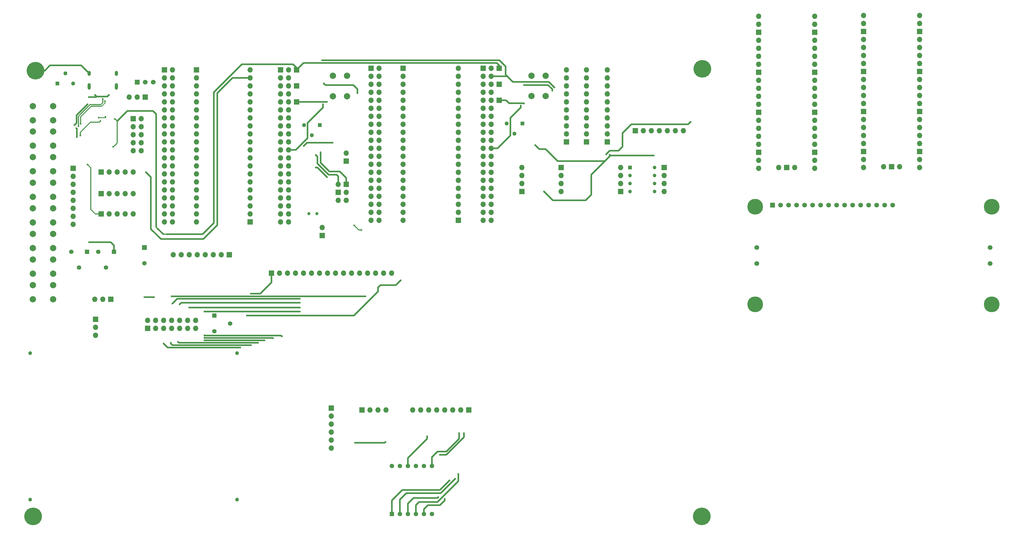
<source format=gbr>
%TF.GenerationSoftware,KiCad,Pcbnew,9.0.0*%
%TF.CreationDate,2025-05-15T12:50:59+02:00*%
%TF.ProjectId,board,626f6172-642e-46b6-9963-61645f706362,rev?*%
%TF.SameCoordinates,Original*%
%TF.FileFunction,Copper,L2,Bot*%
%TF.FilePolarity,Positive*%
%FSLAX46Y46*%
G04 Gerber Fmt 4.6, Leading zero omitted, Abs format (unit mm)*
G04 Created by KiCad (PCBNEW 9.0.0) date 2025-05-15 12:50:59*
%MOMM*%
%LPD*%
G01*
G04 APERTURE LIST*
%TA.AperFunction,ComponentPad*%
%ADD10R,1.500000X1.500000*%
%TD*%
%TA.AperFunction,ComponentPad*%
%ADD11C,1.500000*%
%TD*%
%TA.AperFunction,ComponentPad*%
%ADD12O,1.700000X1.700000*%
%TD*%
%TA.AperFunction,ComponentPad*%
%ADD13R,1.700000X1.700000*%
%TD*%
%TA.AperFunction,ComponentPad*%
%ADD14C,5.000000*%
%TD*%
%TA.AperFunction,ComponentPad*%
%ADD15C,3.600000*%
%TD*%
%TA.AperFunction,ConnectorPad*%
%ADD16C,5.600000*%
%TD*%
%TA.AperFunction,ComponentPad*%
%ADD17R,1.159000X1.159000*%
%TD*%
%TA.AperFunction,ComponentPad*%
%ADD18C,1.159000*%
%TD*%
%TA.AperFunction,ComponentPad*%
%ADD19C,2.000000*%
%TD*%
%TA.AperFunction,ComponentPad*%
%ADD20R,1.300000X1.300000*%
%TD*%
%TA.AperFunction,ComponentPad*%
%ADD21C,1.300000*%
%TD*%
%TA.AperFunction,ComponentPad*%
%ADD22C,1.000000*%
%TD*%
%TA.AperFunction,ComponentPad*%
%ADD23C,1.400000*%
%TD*%
%TA.AperFunction,HeatsinkPad*%
%ADD24O,1.000000X2.100000*%
%TD*%
%TA.AperFunction,HeatsinkPad*%
%ADD25O,1.000000X1.600000*%
%TD*%
%TA.AperFunction,ComponentPad*%
%ADD26R,1.425000X1.425000*%
%TD*%
%TA.AperFunction,ComponentPad*%
%ADD27C,1.425000*%
%TD*%
%TA.AperFunction,ComponentPad*%
%ADD28R,1.400000X1.400000*%
%TD*%
%TA.AperFunction,WasherPad*%
%ADD29C,1.200000*%
%TD*%
%TA.AperFunction,ViaPad*%
%ADD30C,0.600000*%
%TD*%
%TA.AperFunction,Conductor*%
%ADD31C,0.508000*%
%TD*%
%TA.AperFunction,Conductor*%
%ADD32C,0.304800*%
%TD*%
%TA.AperFunction,Conductor*%
%ADD33C,0.254000*%
%TD*%
G04 APERTURE END LIST*
D10*
%TO.P,IC3,1,GND*%
%TO.N,GND*%
X36830000Y-8255000D03*
D11*
%TO.P,IC3,2,DQ*%
%TO.N,Net-(IC3-DQ)*%
X39370000Y-8255000D03*
%TO.P,IC3,3,VDD*%
%TO.N,+3.3V*%
X41910000Y-8255000D03*
%TD*%
D12*
%TO.P,U4,1,GPIO0*%
%TO.N,unconnected-(U4-GPIO0-Pad1)_1*%
X267208000Y12954000D03*
%TO.P,U4,2,GPIO1*%
%TO.N,unconnected-(U4-GPIO1-Pad2)_1*%
X267208000Y10414000D03*
D13*
%TO.P,U4,3,GND*%
%TO.N,unconnected-(U4-GND-Pad3)_1*%
X267208000Y7874000D03*
D12*
%TO.P,U4,4,GPIO2*%
%TO.N,unconnected-(U4-GPIO2-Pad4)_1*%
X267208000Y5334000D03*
%TO.P,U4,5,GPIO3*%
%TO.N,unconnected-(U4-GPIO3-Pad5)*%
X267208000Y2794000D03*
%TO.P,U4,6,GPIO4*%
%TO.N,unconnected-(U4-GPIO4-Pad6)_1*%
X267208000Y254000D03*
%TO.P,U4,7,GPIO5*%
%TO.N,unconnected-(U4-GPIO5-Pad7)_1*%
X267208000Y-2286000D03*
D13*
%TO.P,U4,8,GND*%
%TO.N,unconnected-(U4-GND-Pad8)_1*%
X267208000Y-4826000D03*
D12*
%TO.P,U4,9,GPIO6*%
%TO.N,unconnected-(U4-GPIO6-Pad9)*%
X267208000Y-7366000D03*
%TO.P,U4,10,GPIO7*%
%TO.N,unconnected-(U4-GPIO7-Pad10)*%
X267208000Y-9906000D03*
%TO.P,U4,11,GPIO8*%
%TO.N,unconnected-(U4-GPIO8-Pad11)_1*%
X267208000Y-12446000D03*
%TO.P,U4,12,GPIO9*%
%TO.N,unconnected-(U4-GPIO9-Pad12)_1*%
X267208000Y-14986000D03*
D13*
%TO.P,U4,13,GND*%
%TO.N,unconnected-(U4-GND-Pad13)*%
X267208000Y-17526000D03*
D12*
%TO.P,U4,14,GPIO10*%
%TO.N,unconnected-(U4-GPIO10-Pad14)*%
X267208000Y-20066000D03*
%TO.P,U4,15,GPIO11*%
%TO.N,unconnected-(U4-GPIO11-Pad15)_1*%
X267208000Y-22606000D03*
%TO.P,U4,16,GPIO12*%
%TO.N,unconnected-(U4-GPIO12-Pad16)*%
X267208000Y-25146000D03*
%TO.P,U4,17,GPIO13*%
%TO.N,unconnected-(U4-GPIO13-Pad17)*%
X267208000Y-27686000D03*
D13*
%TO.P,U4,18,GND*%
%TO.N,unconnected-(U4-GND-Pad18)*%
X267208000Y-30226000D03*
D12*
%TO.P,U4,19,GPIO14*%
%TO.N,unconnected-(U4-GPIO14-Pad19)*%
X267208000Y-32766000D03*
%TO.P,U4,20,GPIO15*%
%TO.N,unconnected-(U4-GPIO15-Pad20)_1*%
X267208000Y-35306000D03*
%TO.P,U4,21,GPIO16*%
%TO.N,unconnected-(U4-GPIO16-Pad21)_1*%
X284988000Y-35306000D03*
%TO.P,U4,22,GPIO17*%
%TO.N,unconnected-(U4-GPIO17-Pad22)_1*%
X284988000Y-32766000D03*
D13*
%TO.P,U4,23,GND*%
%TO.N,unconnected-(U4-GND-Pad23)*%
X284988000Y-30226000D03*
D12*
%TO.P,U4,24,GPIO18*%
%TO.N,unconnected-(U4-GPIO18-Pad24)*%
X284988000Y-27686000D03*
%TO.P,U4,25,GPIO19*%
%TO.N,unconnected-(U4-GPIO19-Pad25)*%
X284988000Y-25146000D03*
%TO.P,U4,26,GPIO20*%
%TO.N,unconnected-(U4-GPIO20-Pad26)*%
X284988000Y-22606000D03*
%TO.P,U4,27,GPIO21*%
%TO.N,unconnected-(U4-GPIO21-Pad27)*%
X284988000Y-20066000D03*
D13*
%TO.P,U4,28,GND*%
%TO.N,unconnected-(U4-GND-Pad28)_1*%
X284988000Y-17526000D03*
D12*
%TO.P,U4,29,GPIO22*%
%TO.N,unconnected-(U4-GPIO22-Pad29)_1*%
X284988000Y-14986000D03*
%TO.P,U4,30,RUN*%
%TO.N,unconnected-(U4-RUN-Pad30)_1*%
X284988000Y-12446000D03*
%TO.P,U4,31,GPIO26_ADC0*%
%TO.N,unconnected-(U4-GPIO26_ADC0-Pad31)_1*%
X284988000Y-9906000D03*
%TO.P,U4,32,GPIO27_ADC1*%
%TO.N,unconnected-(U4-GPIO27_ADC1-Pad32)_1*%
X284988000Y-7366000D03*
D13*
%TO.P,U4,33,AGND*%
%TO.N,unconnected-(U4-AGND-Pad33)*%
X284988000Y-4826000D03*
D12*
%TO.P,U4,34,GPIO28_ADC2*%
%TO.N,unconnected-(U4-GPIO28_ADC2-Pad34)*%
X284988000Y-2286000D03*
%TO.P,U4,35,ADC_VREF*%
%TO.N,unconnected-(U4-ADC_VREF-Pad35)_1*%
X284988000Y254000D03*
%TO.P,U4,36,3V3*%
%TO.N,unconnected-(U4-3V3-Pad36)_1*%
X284988000Y2794000D03*
%TO.P,U4,37,3V3_EN*%
%TO.N,unconnected-(U4-3V3_EN-Pad37)_1*%
X284988000Y5334000D03*
D13*
%TO.P,U4,38,GND*%
%TO.N,unconnected-(U4-GND-Pad38)*%
X284988000Y7874000D03*
D12*
%TO.P,U4,39,VSYS*%
%TO.N,unconnected-(U4-VSYS-Pad39)_1*%
X284988000Y10414000D03*
%TO.P,U4,40,VBUS*%
%TO.N,unconnected-(U4-VBUS-Pad40)_1*%
X284988000Y12954000D03*
%TO.P,U4,41,SWCLK*%
%TO.N,unconnected-(U4-SWCLK-Pad41)*%
X273558000Y-35076000D03*
D13*
%TO.P,U4,42,GND*%
%TO.N,unconnected-(U4-GND-Pad42)_1*%
X276098000Y-35076000D03*
D12*
%TO.P,U4,43,SWDIO*%
%TO.N,unconnected-(U4-SWDIO-Pad43)*%
X278638000Y-35076000D03*
%TD*%
D13*
%TO.P,J24,1,Pin_1*%
%TO.N,Net-(J24-Pin_1)*%
X141986000Y-112268000D03*
D12*
%TO.P,J24,2,Pin_2*%
%TO.N,Net-(J24-Pin_2)*%
X139446000Y-112268000D03*
%TO.P,J24,3,Pin_3*%
%TO.N,Net-(J24-Pin_3)*%
X136906000Y-112268000D03*
%TO.P,J24,4,Pin_4*%
%TO.N,Net-(J24-Pin_4)*%
X134366000Y-112268000D03*
%TO.P,J24,5,Pin_5*%
%TO.N,Net-(J24-Pin_5)*%
X131826000Y-112268000D03*
%TO.P,J24,6,Pin_6*%
%TO.N,Net-(J24-Pin_6)*%
X129286000Y-112268000D03*
%TO.P,J24,7,Pin_7*%
%TO.N,Net-(J24-Pin_7)*%
X126746000Y-112268000D03*
%TO.P,J24,8,Pin_8*%
%TO.N,Net-(J24-Pin_8)*%
X124206000Y-112268000D03*
%TD*%
D10*
%TO.P,DS4,1,VSS*%
%TO.N,unconnected-(DS4-VSS-Pad1)*%
X238340000Y-47246000D03*
D11*
%TO.P,DS4,2,VDD*%
%TO.N,unconnected-(DS4-VDD-Pad2)*%
X240880000Y-47246000D03*
%TO.P,DS4,3,VO*%
%TO.N,unconnected-(DS4-VO-Pad3)*%
X243420000Y-47246000D03*
%TO.P,DS4,4,RS*%
%TO.N,unconnected-(DS4-RS-Pad4)*%
X245960000Y-47246000D03*
%TO.P,DS4,5,R/~{W}*%
%TO.N,unconnected-(DS4-R{slash}~{W}-Pad5)*%
X248500000Y-47246000D03*
%TO.P,DS4,6,E*%
%TO.N,unconnected-(DS4-E-Pad6)*%
X251040000Y-47246000D03*
%TO.P,DS4,7,DB0*%
%TO.N,unconnected-(DS4-DB0-Pad7)*%
X253580000Y-47246000D03*
%TO.P,DS4,8,DB1*%
%TO.N,unconnected-(DS4-DB1-Pad8)*%
X256120000Y-47246000D03*
%TO.P,DS4,9,DB2*%
%TO.N,unconnected-(DS4-DB2-Pad9)*%
X258660000Y-47246000D03*
%TO.P,DS4,10,DB3*%
%TO.N,unconnected-(DS4-DB3-Pad10)*%
X261200000Y-47246000D03*
%TO.P,DS4,11,DB4*%
%TO.N,unconnected-(DS4-DB4-Pad11)*%
X263740000Y-47246000D03*
%TO.P,DS4,12,DB5*%
%TO.N,unconnected-(DS4-DB5-Pad12)*%
X266280000Y-47246000D03*
%TO.P,DS4,13,DB6*%
%TO.N,unconnected-(DS4-DB6-Pad13)*%
X268820000Y-47246000D03*
%TO.P,DS4,14,DB7*%
%TO.N,unconnected-(DS4-DB7-Pad14)*%
X271360000Y-47246000D03*
%TO.P,DS4,15,A_1*%
%TO.N,unconnected-(DS4-A_1-Pad15)*%
X273900000Y-47246000D03*
%TO.P,DS4,16,K_1*%
%TO.N,unconnected-(DS4-K_1-Pad16)*%
X276440000Y-47246000D03*
%TO.P,DS4,A1,A_2*%
%TO.N,unconnected-(DS4-A_2-PadA1)*%
X233340000Y-65786000D03*
%TO.P,DS4,A2,A_3*%
%TO.N,unconnected-(DS4-A_3-PadA2)*%
X307340000Y-60706000D03*
%TO.P,DS4,K1,K_2*%
%TO.N,unconnected-(DS4-K_2-PadK1)*%
X233340000Y-60706000D03*
%TO.P,DS4,K2,K_3*%
%TO.N,unconnected-(DS4-K_3-PadK2)*%
X307340000Y-65786000D03*
D14*
%TO.P,DS4,MH1,MH1*%
%TO.N,unconnected-(DS4-PadMH1)*%
X232840000Y-47746000D03*
%TO.P,DS4,MH2,MH2*%
%TO.N,unconnected-(DS4-PadMH2)*%
X307840000Y-47746000D03*
%TO.P,DS4,MH3,MH3*%
%TO.N,unconnected-(DS4-PadMH3)*%
X307840000Y-78746000D03*
%TO.P,DS4,MH4,MH4*%
%TO.N,unconnected-(DS4-PadMH4)*%
X232840000Y-78746000D03*
%TD*%
D13*
%TO.P,J16,1,Pin_1*%
%TO.N,+3.3V*%
X25400000Y-43643000D03*
D12*
%TO.P,J16,2,Pin_2*%
X27940000Y-43643000D03*
%TO.P,J16,3,Pin_3*%
X30480000Y-43643000D03*
%TO.P,J16,4,Pin_4*%
X33020000Y-43643000D03*
%TO.P,J16,5,Pin_5*%
X35560000Y-43643000D03*
%TD*%
D13*
%TO.P,J27,1,Pin_1*%
%TO.N,/c1*%
X121158000Y-3810000D03*
D12*
%TO.P,J27,2,Pin_2*%
%TO.N,/c2*%
X121158000Y-6350000D03*
%TO.P,J27,3,Pin_3*%
%TO.N,/c3*%
X121158000Y-8890000D03*
%TO.P,J27,4,Pin_4*%
%TO.N,/c4*%
X121158000Y-11430000D03*
%TO.P,J27,5,Pin_5*%
%TO.N,/c5*%
X121158000Y-13970000D03*
%TO.P,J27,6,Pin_6*%
%TO.N,/c6*%
X121158000Y-16510000D03*
%TO.P,J27,7,Pin_7*%
%TO.N,/c7*%
X121158000Y-19050000D03*
%TO.P,J27,8,Pin_8*%
%TO.N,/c8*%
X121158000Y-21590000D03*
%TO.P,J27,9,Pin_9*%
%TO.N,/c9*%
X121158000Y-24130000D03*
%TO.P,J27,10,Pin_10*%
%TO.N,/c10*%
X121158000Y-26670000D03*
%TO.P,J27,11,Pin_11*%
%TO.N,/c11*%
X121158000Y-29210000D03*
%TO.P,J27,12,Pin_12*%
%TO.N,/c12*%
X121158000Y-31750000D03*
%TO.P,J27,13,Pin_13*%
%TO.N,/c13*%
X121158000Y-34290000D03*
%TO.P,J27,14,Pin_14*%
%TO.N,/c14*%
X121158000Y-36830000D03*
%TO.P,J27,15,Pin_15*%
%TO.N,/c15*%
X121158000Y-39370000D03*
%TO.P,J27,16,Pin_16*%
%TO.N,/c16*%
X121158000Y-41910000D03*
%TO.P,J27,17,Pin_17*%
%TO.N,/c17*%
X121158000Y-44450000D03*
%TO.P,J27,18,Pin_18*%
%TO.N,/c18*%
X121158000Y-46990000D03*
%TO.P,J27,19,Pin_19*%
%TO.N,/c19*%
X121158000Y-49530000D03*
%TO.P,J27,20,Pin_20*%
%TO.N,/c20*%
X121158000Y-52070000D03*
%TD*%
D15*
%TO.P,H2,1,1*%
%TO.N,GND*%
X4572000Y-4572000D03*
D16*
X4572000Y-4572000D03*
%TD*%
D13*
%TO.P,J15,1,Pin_3*%
%TO.N,Net-(J15-Pin_3)*%
X23573000Y-83450000D03*
D12*
%TO.P,J15,2,Pin_2*%
%TO.N,Net-(J15-Pin_2)*%
X23573000Y-85990000D03*
%TO.P,J15,3,Pin_1*%
%TO.N,Net-(J15-Pin_1)*%
X23573000Y-88530000D03*
%TD*%
D13*
%TO.P,J2,1,Pin_1*%
%TO.N,GND*%
X185928000Y-27178000D03*
D12*
%TO.P,J2,2,Pin_2*%
X185928000Y-24638000D03*
%TO.P,J2,3,Pin_3*%
X185928000Y-22098000D03*
%TO.P,J2,4,Pin_4*%
X185928000Y-19558000D03*
%TO.P,J2,5,Pin_5*%
X185928000Y-17018000D03*
%TO.P,J2,6,Pin_6*%
X185928000Y-14478000D03*
%TO.P,J2,7,Pin_7*%
X185928000Y-11938000D03*
%TO.P,J2,8,Pin_8*%
X185928000Y-9398000D03*
%TO.P,J2,9,Pin_9*%
X185928000Y-6858000D03*
%TO.P,J2,10,Pin_10*%
X185928000Y-4318000D03*
%TD*%
D13*
%TO.P,J1,1,Pin_1*%
%TO.N,GND*%
X25400000Y-50038000D03*
D12*
%TO.P,J1,2,Pin_2*%
X27940000Y-50038000D03*
%TO.P,J1,3,Pin_3*%
X30480000Y-50038000D03*
%TO.P,J1,4,Pin_4*%
X33020000Y-50038000D03*
%TO.P,J1,5,Pin_5*%
X35560000Y-50038000D03*
%TD*%
D15*
%TO.P,H3,1,1*%
%TO.N,GND*%
X215900000Y-146050000D03*
D16*
X215900000Y-146050000D03*
%TD*%
D13*
%TO.P,J36,1,Pin_1*%
%TO.N,/d20*%
X138684000Y-52070000D03*
D12*
%TO.P,J36,2,Pin_2*%
%TO.N,/d19*%
X138684000Y-49530000D03*
%TO.P,J36,3,Pin_3*%
%TO.N,/d18*%
X138684000Y-46990000D03*
%TO.P,J36,4,Pin_4*%
%TO.N,/d17*%
X138684000Y-44450000D03*
%TO.P,J36,5,Pin_5*%
%TO.N,/d16*%
X138684000Y-41910000D03*
%TO.P,J36,6,Pin_6*%
%TO.N,/d15*%
X138684000Y-39370000D03*
%TO.P,J36,7,Pin_7*%
%TO.N,/d14*%
X138684000Y-36830000D03*
%TO.P,J36,8,Pin_8*%
%TO.N,/d13*%
X138684000Y-34290000D03*
%TO.P,J36,9,Pin_9*%
%TO.N,/d12*%
X138684000Y-31750000D03*
%TO.P,J36,10,Pin_10*%
%TO.N,/d11*%
X138684000Y-29210000D03*
%TO.P,J36,11,Pin_11*%
%TO.N,/d10*%
X138684000Y-26670000D03*
%TO.P,J36,12,Pin_12*%
%TO.N,/d9*%
X138684000Y-24130000D03*
%TO.P,J36,13,Pin_13*%
%TO.N,/d8*%
X138684000Y-21590000D03*
%TO.P,J36,14,Pin_14*%
%TO.N,/d7*%
X138684000Y-19050000D03*
%TO.P,J36,15,Pin_15*%
%TO.N,/d6*%
X138684000Y-16510000D03*
%TO.P,J36,16,Pin_16*%
%TO.N,/d5*%
X138684000Y-13970000D03*
%TO.P,J36,17,Pin_17*%
%TO.N,/d4*%
X138684000Y-11430000D03*
%TO.P,J36,18,Pin_18*%
%TO.N,/d3*%
X138684000Y-8890000D03*
%TO.P,J36,19,Pin_19*%
%TO.N,VSYS*%
X138684000Y-6350000D03*
%TO.P,J36,20,Pin_20*%
%TO.N,/d1*%
X138684000Y-3810000D03*
%TD*%
D17*
%TO.P,IC6,1,VDD*%
%TO.N,Net-(IC6-VDD)*%
X193104000Y-35306000D03*
D18*
%TO.P,IC6,2,~{CS}*%
%TO.N,Net-(IC6-~{CS})*%
X193104000Y-37846000D03*
%TO.P,IC6,3,SCK*%
%TO.N,Net-(IC6-SCK)*%
X193104000Y-40386000D03*
%TO.P,IC6,4,SDI*%
%TO.N,Net-(IC6-SDI)*%
X193104000Y-42926000D03*
%TO.P,IC6,5,~{LDAC}*%
%TO.N,Net-(IC6-~{LDAC})*%
X200914000Y-42926000D03*
%TO.P,IC6,6,VREF*%
%TO.N,Net-(IC6-VREF)*%
X200914000Y-40386000D03*
%TO.P,IC6,7,VSS*%
%TO.N,Net-(IC6-VSS)*%
X200914000Y-37846000D03*
%TO.P,IC6,8,VOUT*%
%TO.N,Net-(IC6-VOUT)*%
X200914000Y-35306000D03*
%TD*%
D13*
%TO.P,J42,1,Pin_1*%
%TO.N,+5V*%
X87376000Y-4318000D03*
%TD*%
%TO.P,J18,1,Pin_1*%
%TO.N,/a1*%
X45466000Y-4318000D03*
D12*
%TO.P,J18,2,Pin_2*%
X48006000Y-4318000D03*
%TO.P,J18,3,Pin_3*%
%TO.N,/a2*%
X45466000Y-6858000D03*
%TO.P,J18,4,Pin_4*%
X48006000Y-6858000D03*
%TO.P,J18,5,Pin_5*%
%TO.N,/a3*%
X45466000Y-9398000D03*
%TO.P,J18,6,Pin_6*%
X48006000Y-9398000D03*
%TO.P,J18,7,Pin_7*%
%TO.N,/a4*%
X45466000Y-11938000D03*
%TO.P,J18,8,Pin_8*%
X48006000Y-11938000D03*
%TO.P,J18,9,Pin_9*%
%TO.N,/a5*%
X45466000Y-14478000D03*
%TO.P,J18,10,Pin_10*%
X48006000Y-14478000D03*
%TO.P,J18,11,Pin_11*%
%TO.N,/a6*%
X45466000Y-17018000D03*
%TO.P,J18,12,Pin_12*%
X48006000Y-17018000D03*
%TO.P,J18,13,Pin_13*%
%TO.N,/a7*%
X45466000Y-19558000D03*
%TO.P,J18,14,Pin_14*%
X48006000Y-19558000D03*
%TO.P,J18,15,Pin_15*%
%TO.N,/a8*%
X45466000Y-22098000D03*
%TO.P,J18,16,Pin_16*%
X48006000Y-22098000D03*
%TO.P,J18,17,Pin_17*%
%TO.N,/a9*%
X45466000Y-24638000D03*
%TO.P,J18,18,Pin_18*%
X48006000Y-24638000D03*
%TO.P,J18,19,Pin_19*%
%TO.N,/a10*%
X45466000Y-27178000D03*
%TO.P,J18,20,Pin_20*%
X48006000Y-27178000D03*
%TO.P,J18,21,Pin_21*%
%TO.N,/a11*%
X45466000Y-29718000D03*
%TO.P,J18,22,Pin_22*%
X48006000Y-29718000D03*
%TO.P,J18,23,Pin_23*%
%TO.N,/a12*%
X45466000Y-32258000D03*
%TO.P,J18,24,Pin_24*%
X48006000Y-32258000D03*
%TO.P,J18,25,Pin_25*%
%TO.N,/a13*%
X45466000Y-34798000D03*
%TO.P,J18,26,Pin_26*%
X48006000Y-34798000D03*
%TO.P,J18,27,Pin_27*%
%TO.N,/a14*%
X45466000Y-37338000D03*
%TO.P,J18,28,Pin_28*%
X48006000Y-37338000D03*
%TO.P,J18,29,Pin_29*%
%TO.N,/a15*%
X45466000Y-39878000D03*
%TO.P,J18,30,Pin_30*%
X48006000Y-39878000D03*
%TO.P,J18,31,Pin_31*%
%TO.N,/a16*%
X45466000Y-42418000D03*
%TO.P,J18,32,Pin_32*%
X48006000Y-42418000D03*
%TO.P,J18,33,Pin_33*%
%TO.N,/a17*%
X45466000Y-44958000D03*
%TO.P,J18,34,Pin_34*%
X48006000Y-44958000D03*
%TO.P,J18,35,Pin_35*%
%TO.N,/a18*%
X45466000Y-47498000D03*
%TO.P,J18,36,Pin_36*%
X48006000Y-47498000D03*
%TO.P,J18,37,Pin_37*%
%TO.N,/a19*%
X45466000Y-50038000D03*
%TO.P,J18,38,Pin_38*%
X48006000Y-50038000D03*
%TO.P,J18,39,Pin_39*%
%TO.N,/a20*%
X45466000Y-52578000D03*
%TO.P,J18,40,Pin_40*%
X48006000Y-52578000D03*
%TD*%
D13*
%TO.P,J6,1,Pin_1*%
%TO.N,Net-(IC2-SDA)*%
X103124000Y-40640000D03*
D12*
%TO.P,J6,2,Pin_2*%
%TO.N,Net-(IC2-SCL)*%
X100584000Y-40640000D03*
%TD*%
D13*
%TO.P,J5,1,Pin_1*%
%TO.N,Net-(J5-Pin_1)*%
X16510000Y-35560000D03*
D12*
%TO.P,J5,2,Pin_2*%
%TO.N,Net-(J5-Pin_2)*%
X16510000Y-38100000D03*
%TO.P,J5,3,Pin_3*%
%TO.N,Net-(J5-Pin_3)*%
X16510000Y-40640000D03*
%TO.P,J5,4,Pin_4*%
%TO.N,Net-(J5-Pin_4)*%
X16510000Y-43180000D03*
%TO.P,J5,5,Pin_5*%
%TO.N,Net-(J5-Pin_5)*%
X16510000Y-45720000D03*
%TO.P,J5,6,Pin_6*%
%TO.N,Net-(J5-Pin_6)*%
X16510000Y-48260000D03*
%TO.P,J5,7,Pin_7*%
%TO.N,Net-(J5-Pin_7)*%
X16510000Y-50800000D03*
%TO.P,J5,8,Pin_8*%
%TO.N,Net-(J5-Pin_8)*%
X16510000Y-53340000D03*
%TD*%
D13*
%TO.P,J17,1,Pin_1*%
%TO.N,VSYS*%
X25407000Y-36785000D03*
D12*
%TO.P,J17,2,Pin_2*%
X27947000Y-36785000D03*
%TO.P,J17,3,Pin_3*%
X30487000Y-36785000D03*
%TO.P,J17,4,Pin_4*%
X33027000Y-36785000D03*
%TO.P,J17,5,Pin_5*%
X35567000Y-36785000D03*
%TD*%
D13*
%TO.P,J8,1,Pin_1*%
%TO.N,Net-(IC6-VOUT)*%
X203962000Y-35306000D03*
D12*
%TO.P,J8,2,Pin_2*%
%TO.N,Net-(IC6-VSS)*%
X203962000Y-37846000D03*
%TO.P,J8,3,Pin_3*%
%TO.N,Net-(IC6-VREF)*%
X203962000Y-40386000D03*
%TO.P,J8,4,Pin_4*%
%TO.N,Net-(IC6-~{LDAC})*%
X203962000Y-42926000D03*
%TD*%
D13*
%TO.P,J28,1,Pin_1*%
%TO.N,Net-(IC6-SDI)*%
X190087000Y-42926000D03*
D12*
%TO.P,J28,2,Pin_2*%
%TO.N,Net-(IC6-SCK)*%
X190087000Y-40386000D03*
%TO.P,J28,3,Pin_3*%
%TO.N,Net-(IC6-~{CS})*%
X190087000Y-37846000D03*
%TO.P,J28,4,Pin_4*%
%TO.N,Net-(IC6-VDD)*%
X190087000Y-35306000D03*
%TD*%
D19*
%TO.P,S3,1,1*%
%TO.N,Net-(J5-Pin_1)*%
X10160000Y-20356000D03*
X3660000Y-20356000D03*
%TO.P,S3,2,2*%
%TO.N,GND*%
X10160000Y-15856000D03*
X3660000Y-15856000D03*
%TD*%
D13*
%TO.P,J7,1,Pin_1*%
%TO.N,GND*%
X79340000Y-68828000D03*
D12*
%TO.P,J7,2,Pin_2*%
%TO.N,+3.3V*%
X81880000Y-68828000D03*
%TO.P,J7,3,Pin_3*%
%TO.N,Net-(J7-Pin_3)*%
X84420000Y-68828000D03*
%TO.P,J7,4,Pin_4*%
%TO.N,/Wy\u015Bwietlacz LCD/RS*%
X86960000Y-68828000D03*
%TO.P,J7,5,Pin_5*%
%TO.N,/Wy\u015Bwietlacz LCD/R{slash}W*%
X89500000Y-68828000D03*
%TO.P,J7,6,Pin_6*%
%TO.N,/Wy\u015Bwietlacz LCD/E*%
X92040000Y-68828000D03*
%TO.P,J7,7,Pin_7*%
%TO.N,/Wy\u015Bwietlacz LCD/D0*%
X94580000Y-68828000D03*
%TO.P,J7,8,Pin_8*%
%TO.N,/Wy\u015Bwietlacz LCD/D1*%
X97120000Y-68828000D03*
%TO.P,J7,9,Pin_9*%
%TO.N,/Wy\u015Bwietlacz LCD/D2*%
X99660000Y-68828000D03*
%TO.P,J7,10,Pin_10*%
%TO.N,/Wy\u015Bwietlacz LCD/D3*%
X102200000Y-68828000D03*
%TO.P,J7,11,Pin_11*%
%TO.N,/Wy\u015Bwietlacz LCD/D4*%
X104740000Y-68828000D03*
%TO.P,J7,12,Pin_12*%
%TO.N,/Wy\u015Bwietlacz LCD/D5*%
X107280000Y-68828000D03*
%TO.P,J7,13,Pin_13*%
%TO.N,/Wy\u015Bwietlacz LCD/D6*%
X109820000Y-68828000D03*
%TO.P,J7,14,Pin_14*%
%TO.N,/Wy\u015Bwietlacz LCD/D7*%
X112360000Y-68828000D03*
%TO.P,J7,15,Pin_15*%
%TO.N,Net-(J7-Pin_15)*%
X114900000Y-68828000D03*
%TO.P,J7,16,Pin_16*%
%TO.N,+3.3V*%
X117440000Y-68828000D03*
%TD*%
D13*
%TO.P,J4,1,Pin_1*%
%TO.N,Net-(IC5-VDD{slash}VREF)*%
X158836000Y-42926000D03*
D12*
%TO.P,J4,2,Pin_2*%
%TO.N,Net-(IC5-CLK)*%
X158836000Y-40386000D03*
%TO.P,J4,3,Pin_3*%
%TO.N,Net-(IC5-DOUT)*%
X158836000Y-37846000D03*
%TO.P,J4,4,Pin_4*%
%TO.N,Net-(IC5-DIN)*%
X158836000Y-35306000D03*
%TD*%
D13*
%TO.P,J41,1,Pin_1*%
%TO.N,Net-(D5-A)*%
X151638000Y-13946000D03*
%TD*%
D20*
%TO.P,S11,1,A*%
%TO.N,unconnected-(S11-A-Pad1)*%
X94702000Y-21846000D03*
D21*
%TO.P,S11,2,B*%
%TO.N,/b4*%
X92202000Y-25046000D03*
%TO.P,S11,3,C*%
%TO.N,GND*%
X89702000Y-21846000D03*
%TD*%
D13*
%TO.P,J46,1,Pin_1*%
%TO.N,GND*%
X151638000Y-8890000D03*
%TD*%
D20*
%TO.P,S14,1,A*%
%TO.N,unconnected-(S14-A-Pad1)*%
X158964000Y-21336000D03*
D21*
%TO.P,S14,2,B*%
%TO.N,/d4*%
X156464000Y-24536000D03*
%TO.P,S14,3,C*%
%TO.N,GND*%
X153964000Y-21336000D03*
%TD*%
D13*
%TO.P,J32,1,Pin_1*%
%TO.N,/Port USB/C3*%
X35560000Y-19812000D03*
D12*
%TO.P,J32,2,Pin_2*%
%TO.N,/Port USB/C4*%
X38100000Y-19812000D03*
%TO.P,J32,3,Pin_3*%
%TO.N,/Port USB/CTS*%
X35560000Y-22352000D03*
%TO.P,J32,4,Pin_4*%
%TO.N,/Port USB/DCD*%
X38100000Y-22352000D03*
%TO.P,J32,5,Pin_5*%
%TO.N,/Port USB/DSR*%
X35560000Y-24892000D03*
%TO.P,J32,6,Pin_6*%
%TO.N,/Port USB/RI*%
X38100000Y-24892000D03*
%TO.P,J32,7,Pin_7*%
%TO.N,/Port USB/RXD*%
X35560000Y-27432000D03*
%TO.P,J32,8,Pin_8*%
%TO.N,/Port USB/RTS*%
X38100000Y-27432000D03*
%TO.P,J32,9,Pin_9*%
%TO.N,/Port USB/DTR*%
X35560000Y-29972000D03*
%TO.P,J32,10,Pin_10*%
%TO.N,/Port USB/TXD*%
X38100000Y-29972000D03*
%TD*%
D13*
%TO.P,J14,1,Pin_1*%
%TO.N,/Gniazdo kart micro SD/m1*%
X194818000Y-23622000D03*
D12*
%TO.P,J14,2,Pin_2*%
%TO.N,/Gniazdo kart micro SD/m2*%
X197358000Y-23622000D03*
%TO.P,J14,3,Pin_3*%
%TO.N,/Gniazdo kart micro SD/m3*%
X199898000Y-23622000D03*
%TO.P,J14,4,Pin_4*%
%TO.N,/Gniazdo kart micro SD/m4*%
X202438000Y-23622000D03*
%TO.P,J14,5,Pin_5*%
%TO.N,/Gniazdo kart micro SD/m5*%
X204978000Y-23622000D03*
%TO.P,J14,6,Pin_6*%
%TO.N,/Gniazdo kart micro SD/m6*%
X207518000Y-23622000D03*
%TO.P,J14,7,Pin_7*%
%TO.N,/Gniazdo kart micro SD/m7*%
X210058000Y-23622000D03*
%TD*%
D19*
%TO.P,S12,1,1*%
%TO.N,/d11*%
X161834000Y-12648000D03*
X161834000Y-6148000D03*
%TO.P,S12,2,2*%
%TO.N,GND*%
X166334000Y-12648000D03*
X166334000Y-6148000D03*
%TD*%
D22*
%TO.P,Y2,1,1*%
%TO.N,Net-(IC1-OSCI)*%
X93756000Y-49930000D03*
%TO.P,Y2,2,2*%
%TO.N,Net-(IC1-OSCO)*%
X91216000Y-49930000D03*
%TD*%
D13*
%TO.P,J40,1,Pin_1*%
%TO.N,Net-(D4-A)*%
X87376000Y-14478000D03*
%TD*%
D19*
%TO.P,S6,1,1*%
%TO.N,Net-(J5-Pin_4)*%
X10160000Y-44668000D03*
X3660000Y-44668000D03*
%TO.P,S6,2,2*%
%TO.N,GND*%
X10160000Y-40168000D03*
X3660000Y-40168000D03*
%TD*%
D10*
%TO.P,LS1,1,+*%
%TO.N,+3.3V*%
X39116000Y-60745000D03*
D23*
%TO.P,LS1,2,-*%
%TO.N,Net-(LS1--)*%
X39116000Y-65745000D03*
%TD*%
D20*
%TO.P,S13,1,A*%
%TO.N,unconnected-(S13-A-Pad1)*%
X11510000Y-8636000D03*
D21*
%TO.P,S13,2,B*%
%TO.N,Net-(S13-B)*%
X14010000Y-5436000D03*
%TO.P,S13,3,C*%
%TO.N,Net-(D2-A)*%
X16510000Y-8636000D03*
%TD*%
D24*
%TO.P,J34,S1,SHIELD*%
%TO.N,GND*%
X30156000Y-9567000D03*
D25*
X30156000Y-5387000D03*
D24*
X21516000Y-9567000D03*
D25*
X21516000Y-5387000D03*
%TD*%
D19*
%TO.P,S4,1,1*%
%TO.N,Net-(J5-Pin_2)*%
X10160000Y-28412000D03*
X3660000Y-28412000D03*
%TO.P,S4,2,2*%
%TO.N,GND*%
X10160000Y-23912000D03*
X3660000Y-23912000D03*
%TD*%
D15*
%TO.P,H4,1,1*%
%TO.N,GND*%
X3810000Y-146050000D03*
D16*
X3810000Y-146050000D03*
%TD*%
D13*
%TO.P,J30,1,Pin_1*%
%TO.N,+3.3V*%
X179324000Y-27178000D03*
D12*
%TO.P,J30,2,Pin_2*%
X179324000Y-24638000D03*
%TO.P,J30,3,Pin_3*%
X179324000Y-22098000D03*
%TO.P,J30,4,Pin_4*%
X179324000Y-19558000D03*
%TO.P,J30,5,Pin_5*%
X179324000Y-17018000D03*
%TO.P,J30,6,Pin_6*%
X179324000Y-14478000D03*
%TO.P,J30,7,Pin_7*%
X179324000Y-11938000D03*
%TO.P,J30,8,Pin_8*%
X179324000Y-9398000D03*
%TO.P,J30,9,Pin_9*%
X179324000Y-6858000D03*
%TO.P,J30,10,Pin_10*%
X179324000Y-4318000D03*
%TD*%
D19*
%TO.P,S9,1,1*%
%TO.N,Net-(J5-Pin_7)*%
X10160000Y-69052000D03*
X3660000Y-69052000D03*
%TO.P,S9,2,2*%
%TO.N,GND*%
X10160000Y-64552000D03*
X3660000Y-64552000D03*
%TD*%
D13*
%TO.P,J31,1,Pin_1*%
%TO.N,VSYS*%
X172974000Y-27178000D03*
D12*
%TO.P,J31,2,Pin_2*%
X172974000Y-24638000D03*
%TO.P,J31,3,Pin_3*%
X172974000Y-22098000D03*
%TO.P,J31,4,Pin_4*%
X172974000Y-19558000D03*
%TO.P,J31,5,Pin_5*%
X172974000Y-17018000D03*
%TO.P,J31,6,Pin_6*%
X172974000Y-14478000D03*
%TO.P,J31,7,Pin_7*%
X172974000Y-11938000D03*
%TO.P,J31,8,Pin_8*%
X172974000Y-9398000D03*
%TO.P,J31,9,Pin_9*%
X172974000Y-6858000D03*
%TO.P,J31,10,Pin_10*%
X172974000Y-4318000D03*
%TD*%
D13*
%TO.P,J44,1,Pin_1*%
%TO.N,+5V*%
X151638000Y-3810000D03*
%TD*%
D12*
%TO.P,U1,1,GPIO0*%
%TO.N,unconnected-(U1-GPIO0-Pad1)*%
X233934000Y12700000D03*
%TO.P,U1,2,GPIO1*%
%TO.N,unconnected-(U1-GPIO1-Pad2)_1*%
X233934000Y10160000D03*
D13*
%TO.P,U1,3,GND*%
%TO.N,unconnected-(U1-GND-Pad3)_1*%
X233934000Y7620000D03*
D12*
%TO.P,U1,4,GPIO2*%
%TO.N,unconnected-(U1-GPIO2-Pad4)*%
X233934000Y5080000D03*
%TO.P,U1,5,GPIO3*%
%TO.N,unconnected-(U1-GPIO3-Pad5)*%
X233934000Y2540000D03*
%TO.P,U1,6,GPIO4*%
%TO.N,unconnected-(U1-GPIO4-Pad6)*%
X233934000Y0D03*
%TO.P,U1,7,GPIO5*%
%TO.N,unconnected-(U1-GPIO5-Pad7)*%
X233934000Y-2540000D03*
D13*
%TO.P,U1,8,GND*%
%TO.N,unconnected-(U1-GND-Pad8)*%
X233934000Y-5080000D03*
D12*
%TO.P,U1,9,GPIO6*%
%TO.N,unconnected-(U1-GPIO6-Pad9)_1*%
X233934000Y-7620000D03*
%TO.P,U1,10,GPIO7*%
%TO.N,unconnected-(U1-GPIO7-Pad10)*%
X233934000Y-10160000D03*
%TO.P,U1,11,GPIO8*%
%TO.N,unconnected-(U1-GPIO8-Pad11)*%
X233934000Y-12700000D03*
%TO.P,U1,12,GPIO9*%
%TO.N,unconnected-(U1-GPIO9-Pad12)_1*%
X233934000Y-15240000D03*
D13*
%TO.P,U1,13,GND*%
%TO.N,unconnected-(U1-GND-Pad13)*%
X233934000Y-17780000D03*
D12*
%TO.P,U1,14,GPIO10*%
%TO.N,unconnected-(U1-GPIO10-Pad14)_1*%
X233934000Y-20320000D03*
%TO.P,U1,15,GPIO11*%
%TO.N,unconnected-(U1-GPIO11-Pad15)*%
X233934000Y-22860000D03*
%TO.P,U1,16,GPIO12*%
%TO.N,unconnected-(U1-GPIO12-Pad16)_1*%
X233934000Y-25400000D03*
%TO.P,U1,17,GPIO13*%
%TO.N,unconnected-(U1-GPIO13-Pad17)*%
X233934000Y-27940000D03*
D13*
%TO.P,U1,18,GND*%
%TO.N,unconnected-(U1-GND-Pad18)*%
X233934000Y-30480000D03*
D12*
%TO.P,U1,19,GPIO14*%
%TO.N,unconnected-(U1-GPIO14-Pad19)_1*%
X233934000Y-33020000D03*
%TO.P,U1,20,GPIO15*%
%TO.N,unconnected-(U1-GPIO15-Pad20)_1*%
X233934000Y-35560000D03*
%TO.P,U1,21,GPIO16*%
%TO.N,unconnected-(U1-GPIO16-Pad21)_1*%
X251714000Y-35560000D03*
%TO.P,U1,22,GPIO17*%
%TO.N,unconnected-(U1-GPIO17-Pad22)_1*%
X251714000Y-33020000D03*
D13*
%TO.P,U1,23,GND*%
%TO.N,unconnected-(U1-GND-Pad23)_1*%
X251714000Y-30480000D03*
D12*
%TO.P,U1,24,GPIO18*%
%TO.N,unconnected-(U1-GPIO18-Pad24)_1*%
X251714000Y-27940000D03*
%TO.P,U1,25,GPIO19*%
%TO.N,unconnected-(U1-GPIO19-Pad25)_1*%
X251714000Y-25400000D03*
%TO.P,U1,26,GPIO20*%
%TO.N,unconnected-(U1-GPIO20-Pad26)*%
X251714000Y-22860000D03*
%TO.P,U1,27,GPIO21*%
%TO.N,unconnected-(U1-GPIO21-Pad27)_1*%
X251714000Y-20320000D03*
D13*
%TO.P,U1,28,GND*%
%TO.N,unconnected-(U1-GND-Pad28)*%
X251714000Y-17780000D03*
D12*
%TO.P,U1,29,GPIO22*%
%TO.N,unconnected-(U1-GPIO22-Pad29)_1*%
X251714000Y-15240000D03*
%TO.P,U1,30,RUN*%
%TO.N,unconnected-(U1-RUN-Pad30)_1*%
X251714000Y-12700000D03*
%TO.P,U1,31,GPIO26_ADC0*%
%TO.N,unconnected-(U1-GPIO26_ADC0-Pad31)*%
X251714000Y-10160000D03*
%TO.P,U1,32,GPIO27_ADC1*%
%TO.N,unconnected-(U1-GPIO27_ADC1-Pad32)*%
X251714000Y-7620000D03*
D13*
%TO.P,U1,33,AGND*%
%TO.N,unconnected-(U1-AGND-Pad33)_1*%
X251714000Y-5080000D03*
D12*
%TO.P,U1,34,GPIO28_ADC2*%
%TO.N,unconnected-(U1-GPIO28_ADC2-Pad34)_1*%
X251714000Y-2540000D03*
%TO.P,U1,35,ADC_VREF*%
%TO.N,unconnected-(U1-ADC_VREF-Pad35)*%
X251714000Y0D03*
%TO.P,U1,36,3V3*%
%TO.N,unconnected-(U1-3V3-Pad36)*%
X251714000Y2540000D03*
%TO.P,U1,37,3V3_EN*%
%TO.N,unconnected-(U1-3V3_EN-Pad37)*%
X251714000Y5080000D03*
D13*
%TO.P,U1,38,GND*%
%TO.N,unconnected-(U1-GND-Pad38)*%
X251714000Y7620000D03*
D12*
%TO.P,U1,39,VSYS*%
%TO.N,unconnected-(U1-VSYS-Pad39)_1*%
X251714000Y10160000D03*
%TO.P,U1,40,VBUS*%
%TO.N,unconnected-(U1-VBUS-Pad40)*%
X251714000Y12700000D03*
%TO.P,U1,41,SWCLK*%
%TO.N,unconnected-(U1-SWCLK-Pad41)*%
X240284000Y-35330000D03*
D13*
%TO.P,U1,42,GND*%
%TO.N,unconnected-(U1-GND-Pad42)*%
X242824000Y-35330000D03*
D12*
%TO.P,U1,43,SWDIO*%
%TO.N,unconnected-(U1-SWDIO-Pad43)*%
X245364000Y-35330000D03*
%TD*%
D19*
%TO.P,S8,1,1*%
%TO.N,Net-(J5-Pin_6)*%
X10160000Y-60924000D03*
X3660000Y-60924000D03*
%TO.P,S8,2,2*%
%TO.N,GND*%
X10160000Y-56424000D03*
X3660000Y-56424000D03*
%TD*%
D26*
%TO.P,DS2,1,1*%
%TO.N,/Wy\u015Bwietlacz segmentowy/e*%
X117602000Y-145288000D03*
D27*
%TO.P,DS2,2,2*%
%TO.N,/Wy\u015Bwietlacz segmentowy/d*%
X120142000Y-145288000D03*
%TO.P,DS2,3,3*%
%TO.N,/Wy\u015Bwietlacz segmentowy/DP*%
X122682000Y-145288000D03*
%TO.P,DS2,4,4*%
%TO.N,/Wy\u015Bwietlacz segmentowy/c*%
X125222000Y-145288000D03*
%TO.P,DS2,5,5*%
%TO.N,/Wy\u015Bwietlacz segmentowy/g*%
X127762000Y-145288000D03*
%TO.P,DS2,6,6*%
%TO.N,/Wy\u015Bwietlacz segmentowy/DIG4*%
X130302000Y-145288000D03*
%TO.P,DS2,7,7*%
%TO.N,/Wy\u015Bwietlacz segmentowy/b*%
X130302000Y-130048000D03*
%TO.P,DS2,8,8*%
%TO.N,/Wy\u015Bwietlacz segmentowy/DIG3*%
X127762000Y-130048000D03*
%TO.P,DS2,9,9*%
%TO.N,/Wy\u015Bwietlacz segmentowy/DIG2*%
X125222000Y-130048000D03*
%TO.P,DS2,10,10*%
%TO.N,/Wy\u015Bwietlacz segmentowy/f*%
X122682000Y-130048000D03*
%TO.P,DS2,11,11*%
%TO.N,/Wy\u015Bwietlacz segmentowy/a*%
X120142000Y-130048000D03*
%TO.P,DS2,12,12*%
%TO.N,/Wy\u015Bwietlacz segmentowy/DIG1*%
X117602000Y-130048000D03*
%TD*%
D13*
%TO.P,J3,1,Pin_1*%
%TO.N,Net-(DS1-SDO)*%
X98343000Y-111652000D03*
D12*
%TO.P,J3,2,Pin_2*%
%TO.N,Net-(DS1-SDA)*%
X98343000Y-114192000D03*
%TO.P,J3,3,Pin_3*%
%TO.N,Net-(DS1-~{CSX})*%
X98343000Y-116732000D03*
%TO.P,J3,4,Pin_4*%
%TO.N,Net-(DS1-D{slash}C)*%
X98343000Y-119272000D03*
%TO.P,J3,5,Pin_5*%
%TO.N,Net-(DS1-SCL)*%
X98343000Y-121812000D03*
%TO.P,J3,6,Pin_6*%
%TO.N,Net-(DS1-~{RESET})*%
X98343000Y-124352000D03*
%TD*%
D13*
%TO.P,J21,1,Pin_1*%
%TO.N,/c1*%
X110998000Y-3810000D03*
D12*
%TO.P,J21,2,Pin_2*%
X113538000Y-3810000D03*
%TO.P,J21,3,Pin_3*%
%TO.N,/c2*%
X110998000Y-6350000D03*
%TO.P,J21,4,Pin_4*%
X113538000Y-6350000D03*
%TO.P,J21,5,Pin_5*%
%TO.N,/c3*%
X110998000Y-8890000D03*
%TO.P,J21,6,Pin_6*%
X113538000Y-8890000D03*
%TO.P,J21,7,Pin_7*%
%TO.N,/c4*%
X110998000Y-11430000D03*
%TO.P,J21,8,Pin_8*%
X113538000Y-11430000D03*
%TO.P,J21,9,Pin_9*%
%TO.N,/c5*%
X110998000Y-13970000D03*
%TO.P,J21,10,Pin_10*%
X113538000Y-13970000D03*
%TO.P,J21,11,Pin_11*%
%TO.N,/c6*%
X110998000Y-16510000D03*
%TO.P,J21,12,Pin_12*%
X113538000Y-16510000D03*
%TO.P,J21,13,Pin_13*%
%TO.N,/c7*%
X110998000Y-19050000D03*
%TO.P,J21,14,Pin_14*%
X113538000Y-19050000D03*
%TO.P,J21,15,Pin_15*%
%TO.N,/c8*%
X110998000Y-21590000D03*
%TO.P,J21,16,Pin_16*%
X113538000Y-21590000D03*
%TO.P,J21,17,Pin_17*%
%TO.N,/c9*%
X110998000Y-24130000D03*
%TO.P,J21,18,Pin_18*%
X113538000Y-24130000D03*
%TO.P,J21,19,Pin_19*%
%TO.N,/c10*%
X110998000Y-26670000D03*
%TO.P,J21,20,Pin_20*%
X113538000Y-26670000D03*
%TO.P,J21,21,Pin_21*%
%TO.N,/c11*%
X110998000Y-29210000D03*
%TO.P,J21,22,Pin_22*%
X113538000Y-29210000D03*
%TO.P,J21,23,Pin_23*%
%TO.N,/c12*%
X110998000Y-31750000D03*
%TO.P,J21,24,Pin_24*%
X113538000Y-31750000D03*
%TO.P,J21,25,Pin_25*%
%TO.N,/c13*%
X110998000Y-34290000D03*
%TO.P,J21,26,Pin_26*%
X113538000Y-34290000D03*
%TO.P,J21,27,Pin_27*%
%TO.N,/c14*%
X110998000Y-36830000D03*
%TO.P,J21,28,Pin_28*%
X113538000Y-36830000D03*
%TO.P,J21,29,Pin_29*%
%TO.N,/c15*%
X110998000Y-39370000D03*
%TO.P,J21,30,Pin_30*%
X113538000Y-39370000D03*
%TO.P,J21,31,Pin_31*%
%TO.N,/c16*%
X110998000Y-41910000D03*
%TO.P,J21,32,Pin_32*%
X113538000Y-41910000D03*
%TO.P,J21,33,Pin_33*%
%TO.N,/c17*%
X110998000Y-44450000D03*
%TO.P,J21,34,Pin_34*%
X113538000Y-44450000D03*
%TO.P,J21,35,Pin_35*%
%TO.N,/c18*%
X110998000Y-46990000D03*
%TO.P,J21,36,Pin_36*%
X113538000Y-46990000D03*
%TO.P,J21,37,Pin_37*%
%TO.N,/c19*%
X110998000Y-49530000D03*
%TO.P,J21,38,Pin_38*%
X113538000Y-49530000D03*
%TO.P,J21,39,Pin_39*%
%TO.N,/c20*%
X110998000Y-52070000D03*
%TO.P,J21,40,Pin_40*%
X113538000Y-52070000D03*
%TD*%
D13*
%TO.P,J25,1,Pin_1*%
%TO.N,Net-(J25-Pin_1)*%
X108082000Y-112268000D03*
D12*
%TO.P,J25,2,Pin_2*%
%TO.N,Net-(J25-Pin_2)*%
X110622000Y-112268000D03*
%TO.P,J25,3,Pin_3*%
%TO.N,Net-(J25-Pin_3)*%
X113162000Y-112268000D03*
%TO.P,J25,4,Pin_4*%
%TO.N,Net-(J25-Pin_4)*%
X115702000Y-112268000D03*
%TD*%
D13*
%TO.P,J22,1,Pin_1*%
%TO.N,/d1*%
X146558000Y-3810000D03*
D12*
%TO.P,J22,2,Pin_2*%
X149098000Y-3810000D03*
%TO.P,J22,3,Pin_3*%
%TO.N,VSYS*%
X146558000Y-6350000D03*
%TO.P,J22,4,Pin_4*%
X149098000Y-6350000D03*
%TO.P,J22,5,Pin_5*%
%TO.N,/d3*%
X146558000Y-8890000D03*
%TO.P,J22,6,Pin_6*%
X149098000Y-8890000D03*
%TO.P,J22,7,Pin_7*%
%TO.N,/d4*%
X146558000Y-11430000D03*
%TO.P,J22,8,Pin_8*%
X149098000Y-11430000D03*
%TO.P,J22,9,Pin_9*%
%TO.N,/d5*%
X146558000Y-13970000D03*
%TO.P,J22,10,Pin_10*%
X149098000Y-13970000D03*
%TO.P,J22,11,Pin_11*%
%TO.N,/d6*%
X146558000Y-16510000D03*
%TO.P,J22,12,Pin_12*%
X149098000Y-16510000D03*
%TO.P,J22,13,Pin_13*%
%TO.N,/d7*%
X146558000Y-19050000D03*
%TO.P,J22,14,Pin_14*%
X149098000Y-19050000D03*
%TO.P,J22,15,Pin_15*%
%TO.N,/d8*%
X146558000Y-21590000D03*
%TO.P,J22,16,Pin_16*%
X149098000Y-21590000D03*
%TO.P,J22,17,Pin_17*%
%TO.N,/d9*%
X146558000Y-24130000D03*
%TO.P,J22,18,Pin_18*%
X149098000Y-24130000D03*
%TO.P,J22,19,Pin_19*%
%TO.N,/d10*%
X146558000Y-26670000D03*
%TO.P,J22,20,Pin_20*%
X149098000Y-26670000D03*
%TO.P,J22,21,Pin_21*%
%TO.N,/d11*%
X146558000Y-29210000D03*
%TO.P,J22,22,Pin_22*%
X149098000Y-29210000D03*
%TO.P,J22,23,Pin_23*%
%TO.N,/d12*%
X146558000Y-31750000D03*
%TO.P,J22,24,Pin_24*%
X149098000Y-31750000D03*
%TO.P,J22,25,Pin_25*%
%TO.N,/d13*%
X146558000Y-34290000D03*
%TO.P,J22,26,Pin_26*%
X149098000Y-34290000D03*
%TO.P,J22,27,Pin_27*%
%TO.N,/d14*%
X146558000Y-36830000D03*
%TO.P,J22,28,Pin_28*%
X149098000Y-36830000D03*
%TO.P,J22,29,Pin_29*%
%TO.N,/d15*%
X146558000Y-39370000D03*
%TO.P,J22,30,Pin_30*%
X149098000Y-39370000D03*
%TO.P,J22,31,Pin_31*%
%TO.N,/d16*%
X146558000Y-41910000D03*
%TO.P,J22,32,Pin_32*%
X149098000Y-41910000D03*
%TO.P,J22,33,Pin_33*%
%TO.N,/d17*%
X146558000Y-44450000D03*
%TO.P,J22,34,Pin_34*%
X149098000Y-44450000D03*
%TO.P,J22,35,Pin_35*%
%TO.N,/d18*%
X146558000Y-46990000D03*
%TO.P,J22,36,Pin_36*%
X149098000Y-46990000D03*
%TO.P,J22,37,Pin_37*%
%TO.N,/d19*%
X146558000Y-49530000D03*
%TO.P,J22,38,Pin_38*%
X149098000Y-49530000D03*
%TO.P,J22,39,Pin_39*%
%TO.N,/d20*%
X146558000Y-52070000D03*
%TO.P,J22,40,Pin_40*%
X149098000Y-52070000D03*
%TD*%
D13*
%TO.P,J37,1,Pin_1*%
%TO.N,/b20*%
X72644000Y-52578000D03*
D12*
%TO.P,J37,2,Pin_2*%
%TO.N,/b19*%
X72644000Y-50038000D03*
%TO.P,J37,3,Pin_3*%
%TO.N,/b18*%
X72644000Y-47498000D03*
%TO.P,J37,4,Pin_4*%
%TO.N,/b17*%
X72644000Y-44958000D03*
%TO.P,J37,5,Pin_5*%
%TO.N,/b16*%
X72644000Y-42418000D03*
%TO.P,J37,6,Pin_6*%
%TO.N,/b15*%
X72644000Y-39878000D03*
%TO.P,J37,7,Pin_7*%
%TO.N,/b14*%
X72644000Y-37338000D03*
%TO.P,J37,8,Pin_8*%
%TO.N,/b13*%
X72644000Y-34798000D03*
%TO.P,J37,9,Pin_9*%
%TO.N,/b12*%
X72644000Y-32258000D03*
%TO.P,J37,10,Pin_10*%
%TO.N,/b11*%
X72644000Y-29718000D03*
%TO.P,J37,11,Pin_11*%
%TO.N,/b10*%
X72644000Y-27178000D03*
%TO.P,J37,12,Pin_12*%
%TO.N,/b9*%
X72644000Y-24638000D03*
%TO.P,J37,13,Pin_13*%
%TO.N,/b8*%
X72644000Y-22098000D03*
%TO.P,J37,14,Pin_14*%
%TO.N,/b7*%
X72644000Y-19558000D03*
%TO.P,J37,15,Pin_15*%
%TO.N,/b6*%
X72644000Y-17018000D03*
%TO.P,J37,16,Pin_16*%
%TO.N,/b5*%
X72644000Y-14478000D03*
%TO.P,J37,17,Pin_17*%
%TO.N,/b4*%
X72644000Y-11938000D03*
%TO.P,J37,18,Pin_18*%
%TO.N,/b3*%
X72644000Y-9398000D03*
%TO.P,J37,19,Pin_19*%
%TO.N,VSYS*%
X72644000Y-6858000D03*
%TO.P,J37,20,Pin_20*%
%TO.N,/b1*%
X72644000Y-4318000D03*
%TD*%
D19*
%TO.P,S5,1,1*%
%TO.N,Net-(J5-Pin_3)*%
X10160000Y-36540000D03*
X3660000Y-36540000D03*
%TO.P,S5,2,2*%
%TO.N,GND*%
X10160000Y-32040000D03*
X3660000Y-32040000D03*
%TD*%
D13*
%TO.P,J29,1,Pin_1*%
%TO.N,Net-(J29-Pin_1)*%
X66040000Y-63030000D03*
D12*
%TO.P,J29,2,Pin_2*%
%TO.N,Net-(J29-Pin_2)*%
X63500000Y-63030000D03*
%TO.P,J29,3,Pin_3*%
%TO.N,Net-(J29-Pin_3)*%
X60960000Y-63030000D03*
%TO.P,J29,4,Pin_4*%
%TO.N,Net-(J29-Pin_4)*%
X58420000Y-63030000D03*
%TO.P,J29,5,Pin_5*%
%TO.N,Net-(J29-Pin_5)*%
X55880000Y-63030000D03*
%TO.P,J29,6,Pin_6*%
%TO.N,Net-(J29-Pin_6)*%
X53340000Y-63030000D03*
%TO.P,J29,7,Pin_7*%
%TO.N,Net-(J29-Pin_7)*%
X50800000Y-63030000D03*
%TO.P,J29,8,Pin_8*%
%TO.N,Net-(J29-Pin_8)*%
X48260000Y-63030000D03*
%TD*%
D23*
%TO.P,RV1,1,1*%
%TO.N,+3.3V*%
X61254000Y-87336000D03*
%TO.P,RV1,2,2*%
%TO.N,Net-(J7-Pin_3)*%
X66254000Y-84836000D03*
D28*
%TO.P,RV1,3,3*%
%TO.N,GND*%
X61254000Y-82336000D03*
%TD*%
D13*
%TO.P,J13,1,Pin_1*%
%TO.N,Net-(J13-Pin_1)*%
X28448000Y-77153000D03*
D12*
%TO.P,J13,2,Pin_2*%
%TO.N,Net-(J13-Pin_2)*%
X25908000Y-77153000D03*
%TO.P,J13,3,Pin_3*%
%TO.N,Net-(J13-Pin_3)*%
X23368000Y-77153000D03*
%TD*%
D19*
%TO.P,S10,1,1*%
%TO.N,Net-(J5-Pin_8)*%
X10160000Y-77180000D03*
X3660000Y-77180000D03*
%TO.P,S10,2,2*%
%TO.N,GND*%
X10160000Y-72680000D03*
X3660000Y-72680000D03*
%TD*%
D13*
%TO.P,J11,1,Pin_1*%
%TO.N,+3.3V*%
X39370000Y-12954000D03*
D12*
%TO.P,J11,2,Pin_2*%
%TO.N,Net-(IC3-DQ)*%
X36830000Y-12954000D03*
%TO.P,J11,3,Pin_3*%
%TO.N,GND*%
X34290000Y-12954000D03*
%TD*%
D13*
%TO.P,J43,1,Pin_1*%
%TO.N,GND*%
X87376000Y-9398000D03*
%TD*%
D19*
%TO.P,S7,1,1*%
%TO.N,Net-(J5-Pin_5)*%
X10160000Y-52796000D03*
X3660000Y-52796000D03*
%TO.P,S7,2,2*%
%TO.N,GND*%
X10160000Y-48296000D03*
X3660000Y-48296000D03*
%TD*%
D29*
%TO.P,DS1,*%
%TO.N,*%
X2824000Y-94269000D03*
X2824000Y-140719000D03*
X68424000Y-94269000D03*
X68424000Y-140719000D03*
%TD*%
D23*
%TO.P,VR2,1,1*%
%TO.N,GND*%
X24424000Y-62056000D03*
%TO.P,VR2,2,2*%
%TO.N,Net-(R14-Pad2)*%
X26924000Y-67056000D03*
D28*
%TO.P,VR2,3,3*%
%TO.N,+3.3V*%
X29424000Y-62056000D03*
%TD*%
D13*
%TO.P,J26,1,Pin_1*%
%TO.N,/a1*%
X55626000Y-4318000D03*
D12*
%TO.P,J26,2,Pin_2*%
%TO.N,/a2*%
X55626000Y-6858000D03*
%TO.P,J26,3,Pin_3*%
%TO.N,/a3*%
X55626000Y-9398000D03*
%TO.P,J26,4,Pin_4*%
%TO.N,/a4*%
X55626000Y-11938000D03*
%TO.P,J26,5,Pin_5*%
%TO.N,/a5*%
X55626000Y-14478000D03*
%TO.P,J26,6,Pin_6*%
%TO.N,/a6*%
X55626000Y-17018000D03*
%TO.P,J26,7,Pin_7*%
%TO.N,/a7*%
X55626000Y-19558000D03*
%TO.P,J26,8,Pin_8*%
%TO.N,/a8*%
X55626000Y-22098000D03*
%TO.P,J26,9,Pin_9*%
%TO.N,/a9*%
X55626000Y-24638000D03*
%TO.P,J26,10,Pin_10*%
%TO.N,/a10*%
X55626000Y-27178000D03*
%TO.P,J26,11,Pin_11*%
%TO.N,/a11*%
X55626000Y-29718000D03*
%TO.P,J26,12,Pin_12*%
%TO.N,/a12*%
X55626000Y-32258000D03*
%TO.P,J26,13,Pin_13*%
%TO.N,/a13*%
X55626000Y-34798000D03*
%TO.P,J26,14,Pin_14*%
%TO.N,/a14*%
X55626000Y-37338000D03*
%TO.P,J26,15,Pin_15*%
%TO.N,/a15*%
X55626000Y-39878000D03*
%TO.P,J26,16,Pin_16*%
%TO.N,/a16*%
X55626000Y-42418000D03*
%TO.P,J26,17,Pin_17*%
%TO.N,/a17*%
X55626000Y-44958000D03*
%TO.P,J26,18,Pin_18*%
%TO.N,/a18*%
X55626000Y-47498000D03*
%TO.P,J26,19,Pin_19*%
%TO.N,/a19*%
X55626000Y-50038000D03*
%TO.P,J26,20,Pin_20*%
%TO.N,/a20*%
X55626000Y-52578000D03*
%TD*%
D13*
%TO.P,J33,1,Pin_1*%
%TO.N,Net-(IC2-E0)*%
X103124000Y-33274000D03*
D12*
%TO.P,J33,2,Pin_2*%
%TO.N,GND*%
X103124000Y-30734000D03*
%TD*%
D13*
%TO.P,J19,1,Pin_1*%
%TO.N,/Wy\u015Bwietlacz LCD/R{slash}W*%
X40132000Y-86360000D03*
D12*
%TO.P,J19,2,Pin_2*%
%TO.N,GND*%
X40132000Y-83820000D03*
%TO.P,J19,3,Pin_3*%
%TO.N,/Wy\u015Bwietlacz LCD/RS*%
X42672000Y-86360000D03*
%TO.P,J19,4,Pin_4*%
%TO.N,+3.3V*%
X42672000Y-83820000D03*
%TO.P,J19,5,Pin_5*%
%TO.N,/Wy\u015Bwietlacz LCD/E*%
X45212000Y-86360000D03*
%TO.P,J19,6,Pin_6*%
%TO.N,/Wy\u015Bwietlacz LCD/BL*%
X45212000Y-83820000D03*
%TO.P,J19,7,Pin_7*%
%TO.N,/Wy\u015Bwietlacz LCD/D4*%
X47752000Y-86360000D03*
%TO.P,J19,8,Pin_8*%
%TO.N,/Wy\u015Bwietlacz LCD/D0*%
X47752000Y-83820000D03*
%TO.P,J19,9,Pin_9*%
%TO.N,/Wy\u015Bwietlacz LCD/D5*%
X50292000Y-86360000D03*
%TO.P,J19,10,Pin_10*%
%TO.N,/Wy\u015Bwietlacz LCD/D1*%
X50292000Y-83820000D03*
%TO.P,J19,11,Pin_11*%
%TO.N,/Wy\u015Bwietlacz LCD/D6*%
X52832000Y-86360000D03*
%TO.P,J19,12,Pin_12*%
%TO.N,/Wy\u015Bwietlacz LCD/D2*%
X52832000Y-83820000D03*
%TO.P,J19,13,Pin_13*%
%TO.N,/Wy\u015Bwietlacz LCD/D7*%
X55372000Y-86360000D03*
%TO.P,J19,14,Pin_14*%
%TO.N,/Wy\u015Bwietlacz LCD/D3*%
X55372000Y-83820000D03*
%TD*%
D13*
%TO.P,J9,1,Pin_1*%
%TO.N,/Zegar czasu rzeczywistego RTC/CLKOUT*%
X95504000Y-56901000D03*
D12*
%TO.P,J9,2,Pin_2*%
%TO.N,/Zegar czasu rzeczywistego RTC/INT*%
X95504000Y-54361000D03*
%TD*%
D13*
%TO.P,J10,1,Pin_1*%
%TO.N,Net-(IC1-SCL)*%
X100584000Y-43180000D03*
D12*
%TO.P,J10,2,Pin_2*%
%TO.N,Net-(IC1-SDA)*%
X103124000Y-43180000D03*
%TO.P,J10,3,Pin_3*%
%TO.N,Net-(IC1-SCL)*%
X100584000Y-45720000D03*
%TO.P,J10,4,Pin_4*%
%TO.N,Net-(IC1-SDA)*%
X103124000Y-45720000D03*
%TD*%
D13*
%TO.P,J20,1,Pin_1*%
%TO.N,/b1*%
X82296000Y-4318000D03*
D12*
%TO.P,J20,2,Pin_2*%
X84836000Y-4318000D03*
%TO.P,J20,3,Pin_3*%
%TO.N,VSYS*%
X82296000Y-6858000D03*
%TO.P,J20,4,Pin_4*%
X84836000Y-6858000D03*
%TO.P,J20,5,Pin_5*%
%TO.N,/b3*%
X82296000Y-9398000D03*
%TO.P,J20,6,Pin_6*%
X84836000Y-9398000D03*
%TO.P,J20,7,Pin_7*%
%TO.N,/b4*%
X82296000Y-11938000D03*
%TO.P,J20,8,Pin_8*%
X84836000Y-11938000D03*
%TO.P,J20,9,Pin_9*%
%TO.N,/b5*%
X82296000Y-14478000D03*
%TO.P,J20,10,Pin_10*%
X84836000Y-14478000D03*
%TO.P,J20,11,Pin_11*%
%TO.N,/b6*%
X82296000Y-17018000D03*
%TO.P,J20,12,Pin_12*%
X84836000Y-17018000D03*
%TO.P,J20,13,Pin_13*%
%TO.N,/b7*%
X82296000Y-19558000D03*
%TO.P,J20,14,Pin_14*%
X84836000Y-19558000D03*
%TO.P,J20,15,Pin_15*%
%TO.N,/b8*%
X82296000Y-22098000D03*
%TO.P,J20,16,Pin_16*%
X84836000Y-22098000D03*
%TO.P,J20,17,Pin_17*%
%TO.N,/b9*%
X82296000Y-24638000D03*
%TO.P,J20,18,Pin_18*%
X84836000Y-24638000D03*
%TO.P,J20,19,Pin_19*%
%TO.N,/b10*%
X82296000Y-27178000D03*
%TO.P,J20,20,Pin_20*%
X84836000Y-27178000D03*
%TO.P,J20,21,Pin_21*%
%TO.N,/b11*%
X82296000Y-29718000D03*
%TO.P,J20,22,Pin_22*%
X84836000Y-29718000D03*
%TO.P,J20,23,Pin_23*%
%TO.N,/b12*%
X82296000Y-32258000D03*
%TO.P,J20,24,Pin_24*%
X84836000Y-32258000D03*
%TO.P,J20,25,Pin_25*%
%TO.N,/b13*%
X82296000Y-34798000D03*
%TO.P,J20,26,Pin_26*%
X84836000Y-34798000D03*
%TO.P,J20,27,Pin_27*%
%TO.N,/b14*%
X82296000Y-37338000D03*
%TO.P,J20,28,Pin_28*%
X84836000Y-37338000D03*
%TO.P,J20,29,Pin_29*%
%TO.N,/b15*%
X82296000Y-39878000D03*
%TO.P,J20,30,Pin_30*%
X84836000Y-39878000D03*
%TO.P,J20,31,Pin_31*%
%TO.N,/b16*%
X82296000Y-42418000D03*
%TO.P,J20,32,Pin_32*%
X84836000Y-42418000D03*
%TO.P,J20,33,Pin_33*%
%TO.N,/b17*%
X82296000Y-44958000D03*
%TO.P,J20,34,Pin_34*%
X84836000Y-44958000D03*
%TO.P,J20,35,Pin_35*%
%TO.N,/b18*%
X82296000Y-47498000D03*
%TO.P,J20,36,Pin_36*%
X84836000Y-47498000D03*
%TO.P,J20,37,Pin_37*%
%TO.N,/b19*%
X82296000Y-50038000D03*
%TO.P,J20,38,Pin_38*%
X84836000Y-50038000D03*
%TO.P,J20,39,Pin_39*%
%TO.N,/b20*%
X82296000Y-52578000D03*
%TO.P,J20,40,Pin_40*%
X84836000Y-52578000D03*
%TD*%
D19*
%TO.P,S1,1,1*%
%TO.N,/b11*%
X98878000Y-12700000D03*
X98878000Y-6200000D03*
%TO.P,S1,2,2*%
%TO.N,GND*%
X103378000Y-12700000D03*
X103378000Y-6200000D03*
%TD*%
D13*
%TO.P,J23,1,Pin_1*%
%TO.N,Net-(IC5-VSS)*%
X171282000Y-35306000D03*
D12*
%TO.P,J23,2,Pin_2*%
%TO.N,Net-(IC5-CH1)*%
X171282000Y-37846000D03*
%TO.P,J23,3,Pin_3*%
%TO.N,Net-(IC5-CH0)*%
X171282000Y-40386000D03*
%TO.P,J23,4,Pin_4*%
%TO.N,Net-(IC5-~{CS}{slash}SHDN)*%
X171282000Y-42926000D03*
%TD*%
D23*
%TO.P,VR1,1,1*%
%TO.N,GND*%
X15868000Y-62103000D03*
%TO.P,VR1,2,2*%
%TO.N,Net-(R2-Pad2)*%
X18368000Y-67103000D03*
D28*
%TO.P,VR1,3,3*%
%TO.N,+3.3V*%
X20868000Y-62103000D03*
%TD*%
D15*
%TO.P,H1,1,1*%
%TO.N,GND*%
X216000000Y-4000000D03*
D16*
X216000000Y-4000000D03*
%TD*%
D30*
%TO.N,+3.3V*%
X115570000Y-122428000D03*
X112014000Y-122682000D03*
X105890400Y-122682000D03*
X108712000Y-122682000D03*
%TO.N,GND*%
X163068000Y-28194000D03*
X71577200Y-82296000D03*
X120396000Y-71120000D03*
X113157000Y-74676000D03*
X21065183Y-15223183D03*
X17513000Y-22847000D03*
X200660000Y-31496000D03*
X17653000Y-25654000D03*
X21082000Y-34417000D03*
X72898000Y-75342500D03*
X16891000Y-21844000D03*
X165862000Y-42926000D03*
X186690000Y-31242000D03*
%TO.N,+3.3V*%
X96012000Y-8636000D03*
X39116000Y-76454000D03*
X21590000Y-59055000D03*
X212344000Y-20828000D03*
X159512000Y-9144000D03*
X185563440Y-31181759D03*
X42164000Y-76454000D03*
X203708000Y-21590000D03*
X97028000Y-38354000D03*
X89662000Y-28448000D03*
X168410000Y-10922000D03*
X82677000Y-88900000D03*
X106680000Y-11684000D03*
X58166000Y-88569994D03*
X98806000Y-27432000D03*
X107950000Y-55118000D03*
X105664000Y-53721000D03*
X93472000Y-35306000D03*
X201168000Y-21590000D03*
%TO.N,/d11*%
X158461067Y-15662748D03*
%TO.N,Net-(IC2-SCL)*%
X93472000Y-31369000D03*
%TO.N,Net-(IC2-SDA)*%
X94996000Y-30480000D03*
%TO.N,/b11*%
X95758000Y-15240000D03*
%TO.N,Net-(D4-A)*%
X97028000Y-14478000D03*
%TO.N,+5V*%
X29210000Y-28684600D03*
X25146000Y-20574000D03*
X18798172Y-25130772D03*
X29718000Y-19939000D03*
%TO.N,Net-(D5-A)*%
X159512000Y-14986000D03*
%TO.N,/Wy\u015Bwietlacz segmentowy/f*%
X128778000Y-120650000D03*
%TO.N,/Wy\u015Bwietlacz segmentowy/c*%
X138684000Y-132588000D03*
%TO.N,/Wy\u015Bwietlacz segmentowy/b*%
X138938000Y-119634000D03*
%TO.N,/Wy\u015Bwietlacz segmentowy/a*%
X132842000Y-126492000D03*
X140462000Y-119634000D03*
%TO.N,/Wy\u015Bwietlacz segmentowy/e*%
X135890000Y-134620000D03*
%TO.N,/Wy\u015Bwietlacz segmentowy/DP*%
X132334000Y-139954000D03*
%TO.N,/Wy\u015Bwietlacz segmentowy/d*%
X137668000Y-134112000D03*
%TO.N,/Wy\u015Bwietlacz segmentowy/g*%
X134366000Y-140462000D03*
%TO.N,/Wy\u015Bwietlacz LCD/D6*%
X77216000Y-90170000D03*
X58166000Y-90170000D03*
%TO.N,/Wy\u015Bwietlacz LCD/D7*%
X58166000Y-89369997D03*
X79883000Y-89535000D03*
%TO.N,/Wy\u015Bwietlacz LCD/D1*%
X88392000Y-78232000D03*
X50292000Y-78740000D03*
%TO.N,/Wy\u015Bwietlacz LCD/D5*%
X49784000Y-90678000D03*
X75184000Y-90932000D03*
%TO.N,/Wy\u015Bwietlacz LCD/D0*%
X88392000Y-76962000D03*
X48006000Y-78486000D03*
%TO.N,/Wy\u015Bwietlacz LCD/E*%
X45212000Y-91186000D03*
X69469000Y-92456000D03*
%TO.N,/Wy\u015Bwietlacz LCD/D2*%
X53340000Y-79756000D03*
X88392000Y-79756000D03*
%TO.N,/Wy\u015Bwietlacz LCD/D3*%
X88392000Y-81026000D03*
X58166000Y-81026000D03*
%TO.N,/Wy\u015Bwietlacz LCD/D4*%
X47498000Y-90932000D03*
X72898000Y-91694000D03*
%TO.N,/Wy\u015Bwietlacz LCD/BL*%
X109220000Y-76200000D03*
X47752000Y-76200000D03*
%TO.N,VSYS*%
X95504000Y-1270000D03*
X169164000Y-9906000D03*
X39624000Y-36830000D03*
%TO.N,Net-(IC4-USBDM)*%
X25908000Y-13589000D03*
X18178400Y-22225000D03*
%TO.N,Net-(IC4-USBDP)*%
X18830800Y-21463000D03*
X26560400Y-14254278D03*
%TO.N,Net-(IC4-CBUS1)*%
X24612841Y-19507159D03*
X26695159Y-19236000D03*
%TO.N,Net-(S13-B)*%
X27790996Y-12296996D03*
X21463000Y-12954000D03*
X23421000Y-12245000D03*
%TD*%
D31*
%TO.N,+3.3V*%
X115316000Y-122682000D02*
X112014000Y-122682000D01*
X115570000Y-122428000D02*
X115316000Y-122682000D01*
X112014000Y-122682000D02*
X108712000Y-122682000D01*
X105890400Y-122682000D02*
X108712000Y-122682000D01*
%TO.N,GND*%
X17653000Y-22987000D02*
X17653000Y-25654000D01*
X163068000Y-28194000D02*
X164338000Y-29464000D01*
X120396000Y-71120000D02*
X118872000Y-72644000D01*
X21065183Y-15256817D02*
X21065183Y-15223183D01*
X7493000Y-4572000D02*
X9144000Y-2921000D01*
X16891000Y-21844000D02*
X17571000Y-21164000D01*
X185674000Y-32766000D02*
X186944000Y-31496000D01*
X19050000Y-2921000D02*
X21516000Y-5387000D01*
X17571000Y-20955000D02*
X17571000Y-18751000D01*
X75787500Y-75342500D02*
X79340000Y-71790000D01*
X17571000Y-21164000D02*
X17571000Y-20955000D01*
X166370000Y-29464000D02*
X170180000Y-33274000D01*
X179070000Y-45720000D02*
X180848000Y-43942000D01*
D32*
X25400000Y-50038000D02*
X23495000Y-50038000D01*
X23495000Y-50038000D02*
X22098000Y-48641000D01*
D31*
X9144000Y-2921000D02*
X19050000Y-2921000D01*
X105537000Y-82296000D02*
X113157000Y-74676000D01*
X185166000Y-33274000D02*
X185674000Y-32766000D01*
X180848000Y-37592000D02*
X185674000Y-32766000D01*
D32*
X22098000Y-35433000D02*
X21082000Y-34417000D01*
D31*
X118872000Y-72644000D02*
X113919000Y-72644000D01*
X164338000Y-29464000D02*
X166370000Y-29464000D01*
X168656000Y-45720000D02*
X179070000Y-45720000D01*
X72898000Y-75342500D02*
X75787500Y-75342500D01*
X113157000Y-73406000D02*
X113157000Y-74676000D01*
X4572000Y-4572000D02*
X7493000Y-4572000D01*
X165862000Y-42926000D02*
X168656000Y-45720000D01*
X71577200Y-82296000D02*
X105537000Y-82296000D01*
X17513000Y-22847000D02*
X17653000Y-22987000D01*
X170180000Y-33274000D02*
X185166000Y-33274000D01*
X200660000Y-31496000D02*
X186944000Y-31496000D01*
X79340000Y-71790000D02*
X79340000Y-68828000D01*
X180848000Y-43942000D02*
X180848000Y-37592000D01*
X17571000Y-18751000D02*
X21065183Y-15256817D01*
X113919000Y-72644000D02*
X113157000Y-73406000D01*
X186944000Y-31496000D02*
X186690000Y-31242000D01*
D32*
X22098000Y-48641000D02*
X22098000Y-35433000D01*
D31*
%TO.N,+3.3V*%
X211582000Y-21590000D02*
X203708000Y-21590000D01*
X186690000Y-29972000D02*
X185563440Y-31098560D01*
X106680000Y-10414000D02*
X106680000Y-11684000D01*
X96012000Y-8636000D02*
X96520000Y-9144000D01*
D32*
X107061000Y-55118000D02*
X107950000Y-55118000D01*
D31*
X90678000Y-27432000D02*
X89662000Y-28448000D01*
X190754000Y-24384000D02*
X190754000Y-28702000D01*
X105410000Y-9144000D02*
X106680000Y-10414000D01*
X93980000Y-35306000D02*
X97028000Y-38354000D01*
X39116000Y-76454000D02*
X42164000Y-76454000D01*
X189484000Y-29972000D02*
X186690000Y-29972000D01*
X82677000Y-88900000D02*
X82391997Y-88614997D01*
X58166000Y-88614997D02*
X58166000Y-88569994D01*
X96520000Y-9144000D02*
X105410000Y-9144000D01*
X93472000Y-35306000D02*
X93980000Y-35306000D01*
X21590000Y-59055000D02*
X28448000Y-59055000D01*
X28448000Y-59055000D02*
X29424000Y-60031000D01*
X203708000Y-21590000D02*
X201168000Y-21590000D01*
X82391997Y-88614997D02*
X58166000Y-88614997D01*
X212344000Y-20828000D02*
X211582000Y-21590000D01*
X98806000Y-27432000D02*
X90678000Y-27432000D01*
X193548000Y-21590000D02*
X190754000Y-24384000D01*
D32*
X105664000Y-53721000D02*
X107061000Y-55118000D01*
D31*
X168410000Y-10922000D02*
X168410000Y-10422000D01*
X190754000Y-28702000D02*
X189484000Y-29972000D01*
X201168000Y-21590000D02*
X193548000Y-21590000D01*
X185563440Y-31098560D02*
X185563440Y-31181759D01*
X29424000Y-60031000D02*
X29424000Y-62056000D01*
X168410000Y-10422000D02*
X167132000Y-9144000D01*
X167132000Y-9144000D02*
X159512000Y-9144000D01*
%TO.N,/d11*%
X158461067Y-15662748D02*
X158461067Y-16290933D01*
X151130000Y-29210000D02*
X149098000Y-29210000D01*
X158461067Y-16290933D02*
X155194000Y-19558000D01*
X155194000Y-25146000D02*
X151130000Y-29210000D01*
X155194000Y-19558000D02*
X155194000Y-25146000D01*
%TO.N,Net-(IC2-SCL)*%
X93472000Y-31369000D02*
X93980000Y-31877000D01*
X97536000Y-37592000D02*
X100076000Y-37592000D01*
X100076000Y-37592000D02*
X100584000Y-38100000D01*
X93980000Y-34036000D02*
X97536000Y-37592000D01*
X100584000Y-38100000D02*
X100584000Y-40640000D01*
X93980000Y-31877000D02*
X93980000Y-34036000D01*
%TO.N,Net-(IC2-SDA)*%
X94996000Y-33782000D02*
X97790000Y-36576000D01*
X94996000Y-30480000D02*
X94996000Y-33782000D01*
X101092000Y-36576000D02*
X103124000Y-38608000D01*
X97790000Y-36576000D02*
X101092000Y-36576000D01*
X103124000Y-38608000D02*
X103124000Y-40640000D01*
%TO.N,/b11*%
X95758000Y-16256000D02*
X90807000Y-21207000D01*
X95758000Y-15240000D02*
X95758000Y-16256000D01*
X90807000Y-26033000D02*
X87122000Y-29718000D01*
X87122000Y-29718000D02*
X84836000Y-29718000D01*
X90807000Y-21207000D02*
X90807000Y-26033000D01*
%TO.N,Net-(D4-A)*%
X87376000Y-14478000D02*
X93472000Y-14478000D01*
X93472000Y-14478000D02*
X96774000Y-14478000D01*
X96774000Y-14478000D02*
X97028000Y-14478000D01*
%TO.N,+5V*%
X43180000Y-54610000D02*
X45085000Y-56515000D01*
X87376000Y-3683000D02*
X87376000Y-4318000D01*
X34417000Y-17399000D02*
X41783000Y-17399000D01*
X46101000Y-56515000D02*
X57531000Y-56515000D01*
X33655000Y-17399000D02*
X34417000Y-17399000D01*
D32*
X24765000Y-20955000D02*
X25146000Y-20574000D01*
D31*
X57531000Y-56515000D02*
X61087000Y-52959000D01*
X41783000Y-17399000D02*
X42799000Y-18415000D01*
X86233000Y-2540000D02*
X87376000Y-3683000D01*
D32*
X45085000Y-56515000D02*
X46101000Y-56515000D01*
X29210000Y-28684600D02*
X29354400Y-28684600D01*
D31*
X61087000Y-11430000D02*
X69977000Y-2540000D01*
X42799000Y-18415000D02*
X42799000Y-54229000D01*
D32*
X18796000Y-25128600D02*
X18796000Y-24130000D01*
X18796000Y-24130000D02*
X21971000Y-20955000D01*
D31*
X30480000Y-20574000D02*
X33655000Y-17399000D01*
D32*
X18798172Y-25130772D02*
X18796000Y-25128600D01*
X29354400Y-28684600D02*
X30480000Y-27559000D01*
X30480000Y-20574000D02*
X29845000Y-19939000D01*
X29845000Y-19939000D02*
X29718000Y-19939000D01*
X61087000Y-52959000D02*
X61087000Y-52705000D01*
D31*
X151638000Y-3810000D02*
X151638000Y-2921000D01*
D32*
X30480000Y-27559000D02*
X30480000Y-20574000D01*
D31*
X151638000Y-2921000D02*
X150876000Y-2159000D01*
D32*
X21971000Y-20955000D02*
X24765000Y-20955000D01*
D31*
X69977000Y-2540000D02*
X86233000Y-2540000D01*
X61087000Y-52705000D02*
X61087000Y-11430000D01*
X89535000Y-2159000D02*
X87376000Y-4318000D01*
X150876000Y-2159000D02*
X89535000Y-2159000D01*
D32*
X42799000Y-54229000D02*
X43180000Y-54610000D01*
D31*
%TO.N,Net-(D5-A)*%
X153802504Y-13946000D02*
X151638000Y-13946000D01*
X155272252Y-14907748D02*
X155194000Y-14986000D01*
X154764252Y-14907748D02*
X153802504Y-13946000D01*
X159433748Y-14907748D02*
X155272252Y-14907748D01*
X159512000Y-14986000D02*
X159433748Y-14907748D01*
X155272252Y-14907748D02*
X154764252Y-14907748D01*
%TO.N,/Wy\u015Bwietlacz segmentowy/f*%
X128778000Y-121412000D02*
X122682000Y-127508000D01*
X122682000Y-127508000D02*
X122682000Y-130048000D01*
X128778000Y-120650000D02*
X128778000Y-121412000D01*
%TO.N,/Wy\u015Bwietlacz segmentowy/c*%
X132080000Y-141478000D02*
X126238000Y-141478000D01*
X138684000Y-132588000D02*
X138684000Y-134874000D01*
X126238000Y-141478000D02*
X125222000Y-142494000D01*
X125222000Y-142494000D02*
X125222000Y-145288000D01*
X138684000Y-134874000D02*
X132080000Y-141478000D01*
%TO.N,/Wy\u015Bwietlacz segmentowy/b*%
X138938000Y-121412000D02*
X134874000Y-125476000D01*
X134874000Y-125476000D02*
X132080000Y-125476000D01*
X132080000Y-125476000D02*
X130302000Y-127254000D01*
X138938000Y-119634000D02*
X138938000Y-121412000D01*
X130302000Y-127254000D02*
X130302000Y-130048000D01*
%TO.N,/Wy\u015Bwietlacz segmentowy/a*%
X132842000Y-126492000D02*
X134874000Y-126492000D01*
X140462000Y-120904000D02*
X140462000Y-119634000D01*
X134874000Y-126492000D02*
X140462000Y-120904000D01*
%TO.N,/Wy\u015Bwietlacz segmentowy/e*%
X120904000Y-137668000D02*
X117602000Y-140970000D01*
X117602000Y-140970000D02*
X117602000Y-145288000D01*
X135890000Y-134620000D02*
X132842000Y-137668000D01*
X132842000Y-137668000D02*
X120904000Y-137668000D01*
%TO.N,/Wy\u015Bwietlacz segmentowy/DP*%
X124460000Y-140208000D02*
X122682000Y-141986000D01*
X132080000Y-140208000D02*
X124460000Y-140208000D01*
X132334000Y-139954000D02*
X132080000Y-140208000D01*
X122682000Y-141986000D02*
X122682000Y-145288000D01*
%TO.N,/Wy\u015Bwietlacz segmentowy/d*%
X122174000Y-138684000D02*
X133096000Y-138684000D01*
X120142000Y-145288000D02*
X120142000Y-140716000D01*
X120142000Y-140716000D02*
X122174000Y-138684000D01*
X133096000Y-138684000D02*
X137668000Y-134112000D01*
%TO.N,/Wy\u015Bwietlacz segmentowy/g*%
X129032000Y-142494000D02*
X127762000Y-143764000D01*
X127762000Y-143764000D02*
X127762000Y-145288000D01*
X134366000Y-140462000D02*
X134366000Y-140970000D01*
X134366000Y-140970000D02*
X132842000Y-142494000D01*
X132842000Y-142494000D02*
X129032000Y-142494000D01*
%TO.N,/Wy\u015Bwietlacz LCD/D6*%
X77216000Y-90170000D02*
X58166000Y-90170000D01*
%TO.N,/Wy\u015Bwietlacz LCD/D7*%
X58166000Y-89408000D02*
X58166000Y-89369997D01*
X79756000Y-89408000D02*
X58166000Y-89408000D01*
X79883000Y-89535000D02*
X79756000Y-89408000D01*
%TO.N,/Wy\u015Bwietlacz LCD/D1*%
X88392000Y-78232000D02*
X50800000Y-78232000D01*
X50800000Y-78232000D02*
X50292000Y-78740000D01*
%TO.N,/Wy\u015Bwietlacz LCD/D5*%
X75184000Y-90932000D02*
X50038000Y-90932000D01*
X50038000Y-90932000D02*
X49784000Y-90678000D01*
%TO.N,/Wy\u015Bwietlacz LCD/D0*%
X88392000Y-76962000D02*
X49530000Y-76962000D01*
X49530000Y-76962000D02*
X48006000Y-78486000D01*
%TO.N,/Wy\u015Bwietlacz LCD/E*%
X46482000Y-92456000D02*
X45212000Y-91186000D01*
X69469000Y-92456000D02*
X46482000Y-92456000D01*
%TO.N,/Wy\u015Bwietlacz LCD/D2*%
X53340000Y-79756000D02*
X88392000Y-79756000D01*
%TO.N,/Wy\u015Bwietlacz LCD/D3*%
X58166000Y-81026000D02*
X88392000Y-81026000D01*
%TO.N,/Wy\u015Bwietlacz LCD/D4*%
X48006000Y-91694000D02*
X47498000Y-91186000D01*
X72898000Y-91694000D02*
X48006000Y-91694000D01*
X47498000Y-91186000D02*
X47498000Y-90932000D01*
%TO.N,/Wy\u015Bwietlacz LCD/BL*%
X47752000Y-76200000D02*
X109220000Y-76200000D01*
%TO.N,VSYS*%
X62230000Y-11684000D02*
X67056000Y-6858000D01*
X169164000Y-9906000D02*
X167386000Y-8128000D01*
X41148000Y-54864000D02*
X44323000Y-58039000D01*
X62230000Y-53594000D02*
X62230000Y-11684000D01*
X154178000Y-6350000D02*
X149098000Y-6350000D01*
X41148000Y-38354000D02*
X41148000Y-54864000D01*
X39624000Y-36830000D02*
X41148000Y-38354000D01*
X44323000Y-58039000D02*
X57785000Y-58039000D01*
X57785000Y-58039000D02*
X62230000Y-53594000D01*
X67056000Y-6858000D02*
X72644000Y-6858000D01*
X151708000Y-1270000D02*
X153670000Y-3232000D01*
X167386000Y-8128000D02*
X155956000Y-8128000D01*
X155956000Y-8128000D02*
X154178000Y-6350000D01*
X153670000Y-5842000D02*
X154178000Y-6350000D01*
X153670000Y-3232000D02*
X153670000Y-5842000D01*
X95504000Y-1270000D02*
X151708000Y-1270000D01*
D32*
%TO.N,Net-(IC4-USBDM)*%
X21844000Y-15367000D02*
X25273000Y-15367000D01*
X25908000Y-14732000D02*
X25908000Y-13589000D01*
X18178400Y-22225000D02*
X18178400Y-19032600D01*
X18178400Y-19032600D02*
X21844000Y-15367000D01*
X25273000Y-15367000D02*
X25908000Y-14732000D01*
D33*
%TO.N,Net-(IC4-USBDP)*%
X26560400Y-14794909D02*
X25482509Y-15872800D01*
D32*
X25482509Y-15872800D02*
X22227200Y-15872800D01*
X22227200Y-15872800D02*
X18830800Y-19269200D01*
D33*
X26560400Y-14254278D02*
X26560400Y-14794909D01*
D32*
X18830800Y-19269200D02*
X18830800Y-21463000D01*
D33*
%TO.N,Net-(IC4-CBUS1)*%
X26644841Y-19507159D02*
X26695159Y-19456841D01*
X26695159Y-19456841D02*
X26695159Y-19236000D01*
X24612841Y-19507159D02*
X26644841Y-19507159D01*
D31*
%TO.N,Net-(S13-B)*%
X27790996Y-12296996D02*
X27334992Y-12753000D01*
X23728000Y-12954000D02*
X23929000Y-12753000D01*
X27334992Y-12753000D02*
X23929000Y-12753000D01*
X21463000Y-12954000D02*
X23728000Y-12954000D01*
X23929000Y-12753000D02*
X23421000Y-12245000D01*
%TD*%
M02*

</source>
